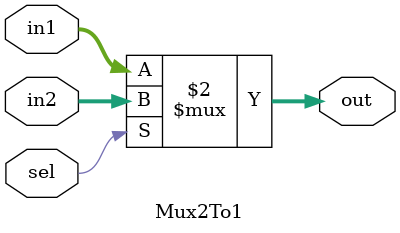
<source format=v>
module Mux2To1 # (parameter bit = 32)(out, in1, in2, sel);
    input [bit - 1:0] in1, in2;
    input sel;
    output [bit - 1:0] out;
    assign out = (sel == 1'b0) ? in1 : in2;
endmodule

</source>
